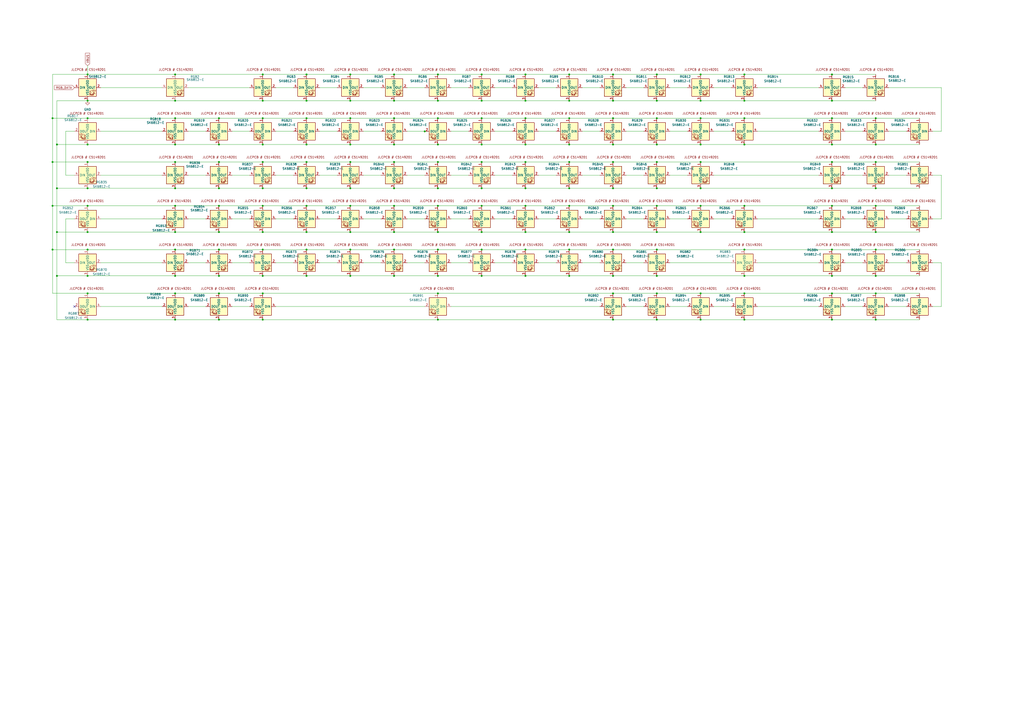
<source format=kicad_sch>
(kicad_sch (version 20231120) (generator "eeschema") (generator_version "8.0")
  (paper "A2")
  (junction (at 254 170.18))
  (junction (at 431.8 58.42))
  (junction (at 406.4 83.82))
  (junction (at 508 170.18))
  (junction (at 30.48 68.58))
  (junction (at 304.8 58.42))
  (junction (at 127 68.58))
  (junction (at 30.48 119.38))
  (junction (at 508 160.02))
  (junction (at 228.6 43.18))
  (junction (at 431.8 43.18))
  (junction (at 431.8 160.02))
  (junction (at 304.8 144.78))
  (junction (at 152.4 185.42))
  (junction (at 330.2 93.98))
  (junction (at 152.4 109.22))
  (junction (at 152.4 160.02))
  (junction (at 127 185.42))
  (junction (at 203.2 43.18))
  (junction (at 152.4 68.58))
  (junction (at 355.6 144.78))
  (junction (at 482.6 119.38))
  (junction (at 152.4 144.78))
  (junction (at 279.4 83.82))
  (junction (at 127 134.62))
  (junction (at 279.4 160.02))
  (junction (at 203.2 160.02))
  (junction (at 254 185.42))
  (junction (at 482.6 58.42))
  (junction (at 279.4 109.22))
  (junction (at 304.8 134.62))
  (junction (at 50.8 119.38))
  (junction (at 330.2 144.78))
  (junction (at 406.4 43.18))
  (junction (at 101.6 160.02))
  (junction (at 355.6 109.22))
  (junction (at 508 68.58))
  (junction (at 381 119.38))
  (junction (at 381 134.62))
  (junction (at 355.6 93.98))
  (junction (at 279.4 93.98))
  (junction (at 228.6 109.22))
  (junction (at 279.4 144.78))
  (junction (at 355.6 134.62))
  (junction (at 152.4 83.82))
  (junction (at 431.8 170.18))
  (junction (at 431.8 68.58))
  (junction (at 127 109.22))
  (junction (at 177.8 109.22))
  (junction (at 381 93.98))
  (junction (at 406.4 109.22))
  (junction (at 50.8 109.22))
  (junction (at 177.8 43.18))
  (junction (at 431.8 134.62))
  (junction (at 203.2 134.62))
  (junction (at 381 144.78))
  (junction (at 101.6 119.38))
  (junction (at 101.6 58.42))
  (junction (at 508 144.78))
  (junction (at 482.6 170.18))
  (junction (at 177.8 144.78))
  (junction (at 254 119.38))
  (junction (at 355.6 43.18))
  (junction (at 406.4 68.58))
  (junction (at 101.6 109.22))
  (junction (at 228.6 144.78))
  (junction (at 355.6 185.42))
  (junction (at 127 160.02))
  (junction (at 203.2 144.78))
  (junction (at 508 93.98))
  (junction (at 381 43.18))
  (junction (at 254 109.22))
  (junction (at 406.4 119.38))
  (junction (at 406.4 93.98))
  (junction (at 304.8 83.82))
  (junction (at 304.8 160.02))
  (junction (at 101.6 144.78))
  (junction (at 50.8 134.62))
  (junction (at 228.6 93.98))
  (junction (at 355.6 119.38))
  (junction (at 30.48 144.78))
  (junction (at 177.8 58.42))
  (junction (at 228.6 68.58))
  (junction (at 127 119.38))
  (junction (at 279.4 58.42))
  (junction (at 152.4 119.38))
  (junction (at 50.8 68.58))
  (junction (at 254 83.82))
  (junction (at 508 185.42))
  (junction (at 254 68.58))
  (junction (at 152.4 93.98))
  (junction (at 203.2 68.58))
  (junction (at 304.8 119.38))
  (junction (at 482.6 144.78))
  (junction (at 381 160.02))
  (junction (at 152.4 58.42))
  (junction (at 508 109.22))
  (junction (at 330.2 83.82))
  (junction (at 50.8 170.18))
  (junction (at 330.2 58.42))
  (junction (at 50.8 43.18))
  (junction (at 254 160.02))
  (junction (at 304.8 109.22))
  (junction (at 482.6 109.22))
  (junction (at 177.8 68.58))
  (junction (at 330.2 68.58))
  (junction (at 177.8 134.62))
  (junction (at 203.2 119.38))
  (junction (at 279.4 119.38))
  (junction (at 254 144.78))
  (junction (at 355.6 83.82))
  (junction (at 482.6 83.82))
  (junction (at 33.02 83.82))
  (junction (at 50.8 58.42))
  (junction (at 431.8 83.82))
  (junction (at 279.4 68.58))
  (junction (at 127 170.18))
  (junction (at 127 83.82))
  (junction (at 254 93.98))
  (junction (at 304.8 68.58))
  (junction (at 152.4 134.62))
  (junction (at 50.8 93.98))
  (junction (at 482.6 68.58))
  (junction (at 30.48 93.98))
  (junction (at 228.6 160.02))
  (junction (at 508 83.82))
  (junction (at 355.6 170.18))
  (junction (at 482.6 43.18))
  (junction (at 228.6 83.82))
  (junction (at 406.4 58.42))
  (junction (at 381 185.42))
  (junction (at 177.8 160.02))
  (junction (at 101.6 83.82))
  (junction (at 381 68.58))
  (junction (at 355.6 68.58))
  (junction (at 406.4 185.42))
  (junction (at 152.4 43.18))
  (junction (at 381 170.18))
  (junction (at 254 43.18))
  (junction (at 330.2 160.02))
  (junction (at 330.2 43.18))
  (junction (at 177.8 83.82))
  (junction (at 33.02 160.02))
  (junction (at 101.6 68.58))
  (junction (at 279.4 43.18))
  (junction (at 304.8 93.98))
  (junction (at 101.6 93.98))
  (junction (at 203.2 109.22))
  (junction (at 406.4 134.62))
  (junction (at 431.8 185.42))
  (junction (at 203.2 93.98))
  (junction (at 101.6 134.62))
  (junction (at 482.6 185.42))
  (junction (at 177.8 119.38))
  (junction (at 203.2 83.82))
  (junction (at 482.6 134.62))
  (junction (at 50.8 83.82))
  (junction (at 508 119.38))
  (junction (at 381 109.22))
  (junction (at 101.6 185.42))
  (junction (at 508 134.62))
  (junction (at 228.6 58.42))
  (junction (at 50.8 160.02))
  (junction (at 482.6 93.98))
  (junction (at 355.6 160.02))
  (junction (at 101.6 170.18))
  (junction (at 381 83.82))
  (junction (at 50.8 144.78))
  (junction (at 304.8 43.18))
  (junction (at 127 144.78))
  (junction (at 254 134.62))
  (junction (at 330.2 134.62))
  (junction (at 279.4 134.62))
  (junction (at 406.4 170.18))
  (junction (at 254 58.42))
  (junction (at 152.4 170.18))
  (junction (at 101.6 43.18))
  (junction (at 33.02 134.62))
  (junction (at 431.8 119.38))
  (junction (at 355.6 58.42))
  (junction (at 482.6 160.02))
  (junction (at 246.38 76.2))
  (junction (at 228.6 119.38))
  (junction (at 330.2 109.22))
  (junction (at 431.8 144.78))
  (junction (at 33.02 109.22))
  (junction (at 381 58.42))
  (junction (at 127 93.98))
  (junction (at 177.8 93.98))
  (junction (at 50.8 185.42))
  (junction (at 330.2 119.38))
  (junction (at 228.6 134.62))
  (junction (at 203.2 58.42))
  (no_connect (at 43.18 177.8))
  (wire (pts (xy 228.6 160.02) (xy 254 160.02)))
  (wire (pts (xy 134.62 127) (xy 144.78 127)))
  (wire (pts (xy 101.6 160.02) (xy 127 160.02)))
  (wire (pts (xy 304.8 144.78) (xy 330.2 144.78)))
  (wire (pts (xy 236.22 152.4) (xy 246.38 152.4)))
  (wire (pts (xy 406.4 170.18) (xy 431.8 170.18)))
  (wire (pts (xy 254 170.18) (xy 355.6 170.18)))
  (wire (pts (xy 330.2 160.02) (xy 355.6 160.02)))
  (wire (pts (xy 482.6 83.82) (xy 508 83.82)))
  (wire (pts (xy 431.8 68.58) (xy 482.6 68.58)))
  (wire (pts (xy 431.8 43.18) (xy 482.6 43.18)))
  (wire (pts (xy 355.6 109.22) (xy 381 109.22)))
  (wire (pts (xy 490.22 152.4) (xy 500.38 152.4)))
  (wire (pts (xy 482.6 43.18) (xy 508 43.18)))
  (wire (pts (xy 541.02 152.4) (xy 546.1 152.4)))
  (wire (pts (xy 177.8 43.18) (xy 203.2 43.18)))
  (wire (pts (xy 414.02 101.6) (xy 474.98 101.6)))
  (wire (pts (xy 101.6 144.78) (xy 127 144.78)))
  (wire (pts (xy 127 144.78) (xy 152.4 144.78)))
  (wire (pts (xy 431.8 170.18) (xy 482.6 170.18)))
  (wire (pts (xy 261.62 152.4) (xy 271.78 152.4)))
  (wire (pts (xy 185.42 127) (xy 195.58 127)))
  (wire (pts (xy 388.62 177.8) (xy 398.78 177.8)))
  (wire (pts (xy 312.42 152.4) (xy 322.58 152.4)))
  (wire (pts (xy 261.62 76.2) (xy 271.78 76.2)))
  (wire (pts (xy 261.62 50.8) (xy 271.78 50.8)))
  (wire (pts (xy 381 93.98) (xy 406.4 93.98)))
  (wire (pts (xy 330.2 68.58) (xy 355.6 68.58)))
  (wire (pts (xy 439.42 152.4) (xy 474.98 152.4)))
  (wire (pts (xy 38.1 76.2) (xy 38.1 101.6)))
  (wire (pts (xy 381 134.62) (xy 406.4 134.62)))
  (wire (pts (xy 177.8 83.82) (xy 203.2 83.82)))
  (wire (pts (xy 210.82 152.4) (xy 220.98 152.4)))
  (wire (pts (xy 541.02 177.8) (xy 546.1 177.8)))
  (wire (pts (xy 101.6 109.22) (xy 127 109.22)))
  (wire (pts (xy 515.62 101.6) (xy 525.78 101.6)))
  (wire (pts (xy 210.82 50.8) (xy 220.98 50.8)))
  (wire (pts (xy 508 109.22) (xy 533.4 109.22)))
  (wire (pts (xy 287.02 76.2) (xy 297.18 76.2)))
  (wire (pts (xy 50.8 144.78) (xy 101.6 144.78)))
  (wire (pts (xy 254 134.62) (xy 279.4 134.62)))
  (wire (pts (xy 254 43.18) (xy 279.4 43.18)))
  (wire (pts (xy 482.6 58.42) (xy 508 58.42)))
  (wire (pts (xy 152.4 119.38) (xy 177.8 119.38)))
  (wire (pts (xy 33.02 58.42) (xy 50.8 58.42)))
  (wire (pts (xy 127 68.58) (xy 152.4 68.58)))
  (wire (pts (xy 381 119.38) (xy 406.4 119.38)))
  (wire (pts (xy 203.2 58.42) (xy 228.6 58.42)))
  (wire (pts (xy 254 58.42) (xy 279.4 58.42)))
  (wire (pts (xy 363.22 101.6) (xy 373.38 101.6)))
  (wire (pts (xy 127 170.18) (xy 152.4 170.18)))
  (wire (pts (xy 101.6 119.38) (xy 127 119.38)))
  (wire (pts (xy 355.6 144.78) (xy 381 144.78)))
  (wire (pts (xy 228.6 144.78) (xy 254 144.78)))
  (wire (pts (xy 58.42 76.2) (xy 93.98 76.2)))
  (wire (pts (xy 203.2 93.98) (xy 228.6 93.98)))
  (wire (pts (xy 236.22 50.8) (xy 246.38 50.8)))
  (wire (pts (xy 304.8 58.42) (xy 330.2 58.42)))
  (wire (pts (xy 381 43.18) (xy 406.4 43.18)))
  (wire (pts (xy 287.02 152.4) (xy 297.18 152.4)))
  (wire (pts (xy 203.2 109.22) (xy 228.6 109.22)))
  (wire (pts (xy 185.42 101.6) (xy 195.58 101.6)))
  (wire (pts (xy 33.02 134.62) (xy 50.8 134.62)))
  (wire (pts (xy 203.2 83.82) (xy 228.6 83.82)))
  (wire (pts (xy 337.82 101.6) (xy 347.98 101.6)))
  (wire (pts (xy 279.4 134.62) (xy 304.8 134.62)))
  (wire (pts (xy 58.42 50.8) (xy 93.98 50.8)))
  (wire (pts (xy 363.22 127) (xy 373.38 127)))
  (wire (pts (xy 279.4 93.98) (xy 304.8 93.98)))
  (wire (pts (xy 508 83.82) (xy 533.4 83.82)))
  (wire (pts (xy 355.6 185.42) (xy 381 185.42)))
  (wire (pts (xy 355.6 119.38) (xy 381 119.38)))
  (wire (pts (xy 337.82 152.4) (xy 347.98 152.4)))
  (wire (pts (xy 30.48 119.38) (xy 50.8 119.38)))
  (wire (pts (xy 101.6 43.18) (xy 152.4 43.18)))
  (wire (pts (xy 152.4 144.78) (xy 177.8 144.78)))
  (wire (pts (xy 33.02 58.42) (xy 33.02 83.82)))
  (wire (pts (xy 50.8 134.62) (xy 101.6 134.62)))
  (wire (pts (xy 160.02 127) (xy 170.18 127)))
  (wire (pts (xy 50.8 185.42) (xy 101.6 185.42)))
  (wire (pts (xy 330.2 134.62) (xy 355.6 134.62)))
  (wire (pts (xy 279.4 119.38) (xy 304.8 119.38)))
  (wire (pts (xy 203.2 119.38) (xy 228.6 119.38)))
  (wire (pts (xy 33.02 160.02) (xy 50.8 160.02)))
  (wire (pts (xy 355.6 170.18) (xy 381 170.18)))
  (wire (pts (xy 127 109.22) (xy 152.4 109.22)))
  (wire (pts (xy 482.6 185.42) (xy 508 185.42)))
  (wire (pts (xy 304.8 160.02) (xy 330.2 160.02)))
  (wire (pts (xy 388.62 76.2) (xy 398.78 76.2)))
  (wire (pts (xy 160.02 50.8) (xy 170.18 50.8)))
  (wire (pts (xy 304.8 109.22) (xy 330.2 109.22)))
  (wire (pts (xy 38.1 152.4) (xy 43.18 152.4)))
  (wire (pts (xy 508 93.98) (xy 533.4 93.98)))
  (wire (pts (xy 185.42 152.4) (xy 195.58 152.4)))
  (wire (pts (xy 134.62 177.8) (xy 144.78 177.8)))
  (wire (pts (xy 337.82 50.8) (xy 347.98 50.8)))
  (wire (pts (xy 228.6 134.62) (xy 254 134.62)))
  (wire (pts (xy 134.62 76.2) (xy 144.78 76.2)))
  (wire (pts (xy 38.1 76.2) (xy 43.18 76.2)))
  (wire (pts (xy 482.6 119.38) (xy 508 119.38)))
  (wire (pts (xy 127 185.42) (xy 152.4 185.42)))
  (wire (pts (xy 541.02 101.6) (xy 546.1 101.6)))
  (wire (pts (xy 152.4 93.98) (xy 177.8 93.98)))
  (wire (pts (xy 330.2 109.22) (xy 355.6 109.22)))
  (wire (pts (xy 101.6 83.82) (xy 127 83.82)))
  (wire (pts (xy 388.62 101.6) (xy 398.78 101.6)))
  (wire (pts (xy 515.62 127) (xy 525.78 127)))
  (wire (pts (xy 541.02 127) (xy 546.1 127)))
  (wire (pts (xy 228.6 119.38) (xy 254 119.38)))
  (wire (pts (xy 38.1 127) (xy 43.18 127)))
  (wire (pts (xy 431.8 160.02) (xy 482.6 160.02)))
  (wire (pts (xy 381 68.58) (xy 406.4 68.58)))
  (wire (pts (xy 330.2 93.98) (xy 355.6 93.98)))
  (wire (pts (xy 261.62 101.6) (xy 271.78 101.6)))
  (wire (pts (xy 109.22 101.6) (xy 119.38 101.6)))
  (wire (pts (xy 515.62 50.8) (xy 546.1 50.8)))
  (wire (pts (xy 414.02 76.2) (xy 424.18 76.2)))
  (wire (pts (xy 508 170.18) (xy 533.4 170.18)))
  (wire (pts (xy 50.8 170.18) (xy 101.6 170.18)))
  (wire (pts (xy 254 93.98) (xy 279.4 93.98)))
  (wire (pts (xy 30.48 68.58) (xy 50.8 68.58)))
  (wire (pts (xy 406.4 83.82) (xy 431.8 83.82)))
  (wire (pts (xy 33.02 83.82) (xy 33.02 109.22)))
  (wire (pts (xy 109.22 76.2) (xy 119.38 76.2)))
  (wire (pts (xy 508 68.58) (xy 533.4 68.58)))
  (wire (pts (xy 355.6 43.18) (xy 381 43.18)))
  (wire (pts (xy 58.42 177.8) (xy 93.98 177.8)))
  (wire (pts (xy 388.62 127) (xy 398.78 127)))
  (wire (pts (xy 203.2 160.02) (xy 228.6 160.02)))
  (wire (pts (xy 381 58.42) (xy 406.4 58.42)))
  (wire (pts (xy 406.4 185.42) (xy 431.8 185.42)))
  (wire (pts (xy 261.62 127) (xy 271.78 127)))
  (wire (pts (xy 254 119.38) (xy 279.4 119.38)))
  (wire (pts (xy 254 83.82) (xy 279.4 83.82)))
  (wire (pts (xy 177.8 134.62) (xy 203.2 134.62)))
  (wire (pts (xy 304.8 43.18) (xy 330.2 43.18)))
  (wire (pts (xy 482.6 68.58) (xy 508 68.58)))
  (wire (pts (xy 312.42 101.6) (xy 322.58 101.6)))
  (wire (pts (xy 490.22 177.8) (xy 500.38 177.8)))
  (wire (pts (xy 203.2 68.58) (xy 228.6 68.58)))
  (wire (pts (xy 355.6 58.42) (xy 381 58.42)))
  (wire (pts (xy 482.6 160.02) (xy 508 160.02)))
  (wire (pts (xy 431.8 134.62) (xy 482.6 134.62)))
  (wire (pts (xy 508 119.38) (xy 533.4 119.38)))
  (wire (pts (xy 101.6 170.18) (xy 127 170.18)))
  (wire (pts (xy 330.2 119.38) (xy 355.6 119.38)))
  (wire (pts (xy 381 160.02) (xy 431.8 160.02)))
  (wire (pts (xy 127 93.98) (xy 152.4 93.98)))
  (wire (pts (xy 152.4 134.62) (xy 177.8 134.62)))
  (wire (pts (xy 33.02 83.82) (xy 50.8 83.82)))
  (wire (pts (xy 203.2 144.78) (xy 228.6 144.78)))
  (wire (pts (xy 287.02 127) (xy 297.18 127)))
  (wire (pts (xy 177.8 58.42) (xy 203.2 58.42)))
  (wire (pts (xy 228.6 83.82) (xy 254 83.82)))
  (wire (pts (xy 236.22 127) (xy 246.38 127)))
  (wire (pts (xy 152.4 160.02) (xy 177.8 160.02)))
  (wire (pts (xy 414.02 50.8) (xy 424.18 50.8)))
  (wire (pts (xy 363.22 152.4) (xy 373.38 152.4)))
  (wire (pts (xy 177.8 160.02) (xy 203.2 160.02)))
  (wire (pts (xy 304.8 134.62) (xy 330.2 134.62)))
  (wire (pts (xy 363.22 177.8) (xy 373.38 177.8)))
  (wire (pts (xy 50.8 43.18) (xy 101.6 43.18)))
  (wire (pts (xy 279.4 43.18) (xy 304.8 43.18)))
  (wire (pts (xy 58.42 101.6) (xy 93.98 101.6)))
  (wire (pts (xy 330.2 83.82) (xy 355.6 83.82)))
  (wire (pts (xy 279.4 58.42) (xy 304.8 58.42)))
  (wire (pts (xy 50.8 68.58) (xy 101.6 68.58)))
  (wire (pts (xy 33.02 109.22) (xy 33.02 134.62)))
  (wire (pts (xy 381 83.82) (xy 406.4 83.82)))
  (wire (pts (xy 236.22 101.6) (xy 246.38 101.6)))
  (wire (pts (xy 134.62 152.4) (xy 144.78 152.4)))
  (wire (pts (xy 33.02 160.02) (xy 33.02 185.42)))
  (wire (pts (xy 439.42 127) (xy 474.98 127)))
  (wire (pts (xy 330.2 43.18) (xy 355.6 43.18)))
  (wire (pts (xy 33.02 185.42) (xy 50.8 185.42)))
  (wire (pts (xy 406.4 43.18) (xy 431.8 43.18)))
  (wire (pts (xy 388.62 50.8) (xy 398.78 50.8)))
  (wire (pts (xy 109.22 177.8) (xy 119.38 177.8)))
  (wire (pts (xy 312.42 76.2) (xy 322.58 76.2)))
  (wire (pts (xy 30.48 43.18) (xy 50.8 43.18)))
  (wire (pts (xy 515.62 177.8) (xy 525.78 177.8)))
  (wire (pts (xy 160.02 177.8) (xy 246.38 177.8)))
  (wire (pts (xy 431.8 185.42) (xy 482.6 185.42)))
  (wire (pts (xy 160.02 76.2) (xy 170.18 76.2)))
  (wire (pts (xy 482.6 93.98) (xy 508 93.98)))
  (wire (pts (xy 152.4 68.58) (xy 177.8 68.58)))
  (wire (pts (xy 50.8 58.42) (xy 101.6 58.42)))
  (wire (pts (xy 160.02 101.6) (xy 170.18 101.6)))
  (wire (pts (xy 177.8 119.38) (xy 203.2 119.38)))
  (wire (pts (xy 304.8 68.58) (xy 330.2 68.58)))
  (wire (pts (xy 337.82 76.2) (xy 347.98 76.2)))
  (wire (pts (xy 337.82 127) (xy 347.98 127)))
  (wire (pts (xy 50.8 83.82) (xy 101.6 83.82)))
  (wire (pts (xy 279.4 83.82) (xy 304.8 83.82)))
  (wire (pts (xy 381 144.78) (xy 431.8 144.78)))
  (wire (pts (xy 38.1 101.6) (xy 43.18 101.6)))
  (wire (pts (xy 203.2 43.18) (xy 228.6 43.18)))
  (wire (pts (xy 228.6 58.42) (xy 254 58.42)))
  (wire (pts (xy 236.22 76.2) (xy 246.38 76.2)))
  (wire (pts (xy 254 144.78) (xy 279.4 144.78)))
  (wire (pts (xy 381 185.42) (xy 406.4 185.42)))
  (wire (pts (xy 381 170.18) (xy 406.4 170.18)))
  (wire (pts (xy 482.6 144.78) (xy 508 144.78)))
  (wire (pts (xy 363.22 50.8) (xy 373.38 50.8)))
  (wire (pts (xy 30.48 93.98) (xy 30.48 119.38)))
  (wire (pts (xy 414.02 127) (xy 424.18 127)))
  (wire (pts (xy 109.22 152.4) (xy 119.38 152.4)))
  (wire (pts (xy 185.42 50.8) (xy 195.58 50.8)))
  (wire (pts (xy 210.82 127) (xy 220.98 127)))
  (wire (pts (xy 50.8 160.02) (xy 101.6 160.02)))
  (wire (pts (xy 177.8 109.22) (xy 203.2 109.22)))
  (wire (pts (xy 490.22 101.6) (xy 500.38 101.6)))
  (wire (pts (xy 279.4 109.22) (xy 304.8 109.22)))
  (wire (pts (xy 203.2 134.62) (xy 228.6 134.62)))
  (wire (pts (xy 152.4 109.22) (xy 177.8 109.22)))
  (wire (pts (xy 431.8 144.78) (xy 482.6 144.78)))
  (wire (pts (xy 30.48 68.58) (xy 30.48 93.98)))
  (wire (pts (xy 388.62 152.4) (xy 424.18 152.4)))
  (wire (pts (xy 30.48 144.78) (xy 50.8 144.78)))
  (wire (pts (xy 210.82 101.6) (xy 220.98 101.6)))
  (wire (pts (xy 101.6 58.42) (xy 152.4 58.42)))
  (wire (pts (xy 414.02 177.8) (xy 424.18 177.8)))
  (wire (pts (xy 246.38 76.2) (xy 247.65 76.2)))
  (wire (pts (xy 546.1 152.4) (xy 546.1 177.8)))
  (wire (pts (xy 482.6 134.62) (xy 508 134.62)))
  (wire (pts (xy 546.1 50.8) (xy 546.1 76.2)))
  (wire (pts (xy 30.48 43.18) (xy 30.48 68.58)))
  (wire (pts (xy 515.62 76.2) (xy 525.78 76.2)))
  (wire (pts (xy 406.4 93.98) (xy 482.6 93.98)))
  (wire (pts (xy 127 160.02) (xy 152.4 160.02)))
  (wire (pts (xy 279.4 144.78) (xy 304.8 144.78)))
  (wire (pts (xy 279.4 68.58) (xy 304.8 68.58)))
  (wire (pts (xy 355.6 93.98) (xy 381 93.98)))
  (wire (pts (xy 406.4 68.58) (xy 431.8 68.58)))
  (wire (pts (xy 50.8 38.1) (xy 50.8 43.18)))
  (wire (pts (xy 355.6 134.62) (xy 381 134.62)))
  (wire (pts (xy 431.8 58.42) (xy 482.6 58.42)))
  (wire (pts (xy 406.4 119.38) (xy 431.8 119.38)))
  (wire (pts (xy 254 68.58) (xy 279.4 68.58)))
  (wire (pts (xy 101.6 185.42) (xy 127 185.42)))
  (wire (pts (xy 30.48 144.78) (xy 30.48 170.18)))
  (wire (pts (xy 160.02 152.4) (xy 170.18 152.4)))
  (wire (pts (xy 482.6 109.22) (xy 508 109.22)))
  (wire (pts (xy 254 185.42) (xy 355.6 185.42)))
  (wire (pts (xy 50.8 109.22) (xy 101.6 109.22)))
  (wire (pts (xy 152.4 170.18) (xy 254 170.18)))
  (wire (pts (xy 490.22 127) (xy 500.38 127)))
  (wire (pts (xy 312.42 127) (xy 322.58 127)))
  (wire (pts (xy 381 109.22) (xy 406.4 109.22)))
  (wire (pts (xy 134.62 101.6) (xy 144.78 101.6)))
  (wire (pts (xy 261.62 177.8) (xy 347.98 177.8)))
  (wire (pts (xy 152.4 58.42) (xy 177.8 58.42)))
  (wire (pts (xy 30.48 170.18) (xy 50.8 170.18)))
  (wire (pts (xy 355.6 160.02) (xy 381 160.02)))
  (wire (pts (xy 177.8 68.58) (xy 203.2 68.58)))
  (wire (pts (xy 30.48 93.98) (xy 50.8 93.98)))
  (wire (pts (xy 152.4 185.42) (xy 254 185.42)))
  (wire (pts (xy 38.1 127) (xy 38.1 152.4)))
  (wire (pts (xy 312.42 50.8) (xy 322.58 50.8)))
  (wire (pts (xy 406.4 109.22) (xy 482.6 109.22)))
  (wire (pts (xy 439.42 177.8) (xy 474.98 177.8)))
  (wire (pts (xy 254 160.02) (xy 279.4 160.02)))
  (wire (pts (xy 210.82 76.2) (xy 220.98 76.2)))
  (wire (pts (xy 330.2 58.42) (xy 355.6 58.42)))
  (wire (pts (xy 177.8 144.78) (xy 203.2 144.78)))
  (wire (pts (xy 508 144.78) (xy 533.4 144.78)))
  (wire (pts (xy 439.42 76.2) (xy 474.98 76.2)))
  (wire (pts (xy 228.6 68.58) (xy 254 68.58)))
  (wire (pts (xy 304.8 93.98) (xy 330.2 93.98)))
  (wire (pts (xy 127 83.82) (xy 152.4 83.82)))
  (wire (pts (xy 546.1 101.6) (xy 546.1 127)))
  (wire (pts (xy 490.22 76.2) (xy 500.38 76.2)))
  (wire (pts (xy 109.22 127) (xy 119.38 127)))
  (wire (pts (xy 50.8 93.98) (xy 101.6 93.98)))
  (wire (pts (xy 431.8 83.82) (xy 482.6 83.82)))
  (wire (pts (xy 515.62 152.4) (xy 525.78 152.4)))
  (wire (pts (xy 58.42 127) (xy 93.98 127)))
  (wire (pts (xy 228.6 109.22) (xy 254 109.22)))
  (wire (pts (xy 228.6 43.18) (xy 254 43.18)))
  (wire (pts (xy 439.42 50.8) (xy 474.98 50.8)))
  (wire (pts (xy 101.6 134.62) (xy 127 134.62)))
  (wire (pts (xy 508 160.02) (xy 533.4 160.02)))
  (wire (pts (xy 30.48 119.38) (xy 30.48 144.78)))
  (wire (pts (xy 152.4 83.82) (xy 177.8 83.82)))
  (wire (pts (xy 363.22 76.2) (xy 373.38 76.2)))
  (wire (pts (xy 406.4 134.62) (xy 431.8 134.62)))
  (wire (pts (xy 304.8 119.38) (xy 330.2 119.38)))
  (wire (pts (xy 127 134.62) (xy 152.4 134.62)))
  (wire (pts (xy 287.02 101.6) (xy 297.18 101.6)))
  (wire (pts (xy 33.02 109.22) (xy 50.8 109.22)))
  (wire (pts (xy 152.4 43.18) (xy 177.8 43.18)))
  (wire (pts (xy 50.8 119.38) (xy 101.6 119.38)))
  (wire (pts (xy 287.02 50.8) (xy 297.18 50.8)))
  (wire (pts (xy 101.6 93.98) (xy 127 93.98)))
  (wire (pts (xy 109.22 50.8) (xy 144.78 50.8)))
  (wire (pts (xy 355.6 83.82) (xy 381 83.82)))
  (wire (pts (xy 541.02 76.2) (xy 546.1 76.2)))
  (wire (pts (xy 33.02 134.62) (xy 33.02 160.02)))
  (wire (pts (xy 185.42 76.2) (xy 195.58 76.2)))
  (wire (pts (xy 330.2 144.78) (xy 355.6 144.78)))
  (wire (pts (xy 279.4 160.02) (xy 304.8 160.02)))
  (wire (pts (xy 177.8 93.98) (xy 203.2 93.98)))
  (wire (pts (xy 406.4 58.42) (xy 431.8 58.42)))
  (wire (pts (xy 304.8 83.82) (xy 330.2 83.82)))
  (wire (pts (xy 254 109.22) (xy 279.4 109.22)))
  (wire (pts (xy 228.6 93.98) (xy 254 93.98)))
  (wire (pts (xy 508 185.42) (xy 533.4 185.42)))
  (wire (pts (xy 508 134.62) (xy 533.4 134.62)))
  (wire (pts (xy 101.6 68.58) (xy 127 68.58)))
  (wire (pts (xy 482.6 170.18) (xy 508 170.18)))
  (wire (pts (xy 355.6 68.58) (xy 381 68.58)))
  (wire (pts (xy 127 119.38) (xy 152.4 119.38)))
  (wire (pts (xy 58.42 152.4) (xy 93.98 152.4)))
  (wire (pts (xy 490.22 50.8) (xy 500.38 50.8)))
  (wire (pts (xy 431.8 119.38) (xy 482.6 119.38)))
  (global_label "RGB_DATA" (shape input) (at 43.18 50.8 180) (property "Intersheetrefs" "${INTERSHEET_REFS}" (effects (hide yes))))
  (global_label "VBUS" (shape input) (at 50.8 38.1 90) (property "Intersheetrefs" "${INTERSHEET_REFS}" (effects (hide yes))))
  (symbol (lib_id "MyComponents_Library:SK6812-E") (at 279.4 127 0) (mirror y) (unit 1)
    (property "Reference" "RGB60" (at 267.97 120.6814 0))
    (property "Value" "SK6812-E" (at 267.97 123.2214 0))
    (property "Footprint" "MyComponents:SK6812-E" (effects (hide yes)))
    (property "Datasheet" "C5149201" (effects (hide yes)))
    (property "Description" "RGB LED with integrated controller" (effects (hide yes)))
  )
  (symbol (lib_id "MyComponents_Library:SK6812-E") (at 482.6 101.6 0) (unit 1)
    (property "Reference" "RGB49" (at 472.948 95.2814 0))
    (property "Value" "SK6812-E" (at 470.916 97.79 0))
    (property "Footprint" "MyComponents:SK6812-E" (effects (hide yes)))
    (property "Datasheet" "C5149201" (effects (hide yes)))
    (property "Description" "RGB LED with integrated controller" (effects (hide yes)))
  )
  (symbol (lib_id "MyComponents_Library:SK6812-E") (at 50.8 76.2 0) (mirror y) (unit 1)
    (property "Reference" "RGB17" (at 42.164 67.31 0))
    (property "Value" "SK6812-E" (at 42.418 69.596 0))
    (property "Footprint" "MyComponents:SK6812-E" (effects (hide yes)))
    (property "Datasheet" "C5149201" (effects (hide yes)))
    (property "Description" "RGB LED with integrated controller" (effects (hide yes)))
  )
  (symbol (lib_id "MyComponents_Library:SK6812-E") (at 152.4 127 0) (mirror y) (unit 1)
    (property "Reference" "RGB55" (at 140.97 120.6814 0))
    (property "Value" "SK6812-E" (at 140.97 123.2214 0))
    (property "Footprint" "MyComponents:SK6812-E" (effects (hide yes)))
    (property "Datasheet" "C5149201" (effects (hide yes)))
    (property "Description" "RGB LED with integrated controller" (effects (hide yes)))
  )
  (symbol (lib_id "MyComponents_Library:SK6812-E") (at 254 76.2 0) (mirror y) (unit 1)
    (property "Reference" "RGB24" (at 242.57 69.8814 0))
    (property "Value" "SK6812-E" (at 242.57 72.4214 0))
    (property "Footprint" "MyComponents:SK6812-E" (effects (hide yes)))
    (property "Datasheet" "C5149201" (effects (hide yes)))
    (property "Description" "RGB LED with integrated controller" (effects (hide yes)))
  )
  (symbol (lib_id "MyComponents_Library:SK6812-E") (at 406.4 177.8 0) (mirror y) (unit 1)
    (property "Reference" "RGB94" (at 394.97 171.4814 0))
    (property "Value" "SK6812-E" (at 394.97 174.0214 0))
    (property "Footprint" "MyComponents:SK6812-E" (effects (hide yes)))
    (property "Datasheet" "C5149201" (effects (hide yes)))
    (property "Description" "RGB LED with integrated controller" (effects (hide yes)))
  )
  (symbol (lib_id "MyComponents_Library:SK6812-E") (at 177.8 101.6 0) (unit 1)
    (property "Reference" "RGB39" (at 194.31 95.2814 0))
    (property "Value" "SK6812-E" (at 194.31 97.8214 0))
    (property "Footprint" "MyComponents:SK6812-E" (effects (hide yes)))
    (property "Datasheet" "C5149201" (effects (hide yes)))
    (property "Description" "RGB LED with integrated controller" (effects (hide yes)))
  )
  (symbol (lib_id "MyComponents_Library:SK6812-E") (at 152.4 152.4 0) (unit 1)
    (property "Reference" "RGB73" (at 168.91 146.0814 0))
    (property "Value" "SK6812-E" (at 168.91 148.6214 0))
    (property "Footprint" "MyComponents:SK6812-E" (effects (hide yes)))
    (property "Datasheet" "C5149201" (effects (hide yes)))
    (property "Description" "RGB LED with integrated controller" (effects (hide yes)))
  )
  (symbol (lib_id "MyComponents_Library:SK6812-E") (at 406.4 76.2 0) (mirror y) (unit 1)
    (property "Reference" "RGB30" (at 394.97 69.8814 0))
    (property "Value" "SK6812-E" (at 394.97 72.4214 0))
    (property "Footprint" "MyComponents:SK6812-E" (effects (hide yes)))
    (property "Datasheet" "C5149201" (effects (hide yes)))
    (property "Description" "RGB LED with integrated controller" (effects (hide yes)))
  )
  (symbol (lib_id "MyComponents_Library:SK6812-E") (at 431.8 76.2 0) (mirror y) (unit 1)
    (property "Reference" "RGB31" (at 420.37 69.8814 0))
    (property "Value" "SK6812-E" (at 420.37 72.4214 0))
    (property "Footprint" "MyComponents:SK6812-E" (effects (hide yes)))
    (property "Datasheet" "C5149201" (effects (hide yes)))
    (property "Description" "RGB LED with integrated controller" (effects (hide yes)))
  )
  (symbol (lib_id "MyComponents_Library:SK6812-E") (at 279.4 76.2 0) (mirror y) (unit 1)
    (property "Reference" "RGB25" (at 267.97 69.8814 0))
    (property "Value" "SK6812-E" (at 267.97 72.39 0))
    (property "Footprint" "MyComponents:SK6812-E" (effects (hide yes)))
    (property "Datasheet" "C5149201" (effects (hide yes)))
    (property "Description" "RGB LED with integrated controller" (effects (hide yes)))
  )
  (symbol (lib_id "MyComponents_Library:SK6812-E") (at 177.8 127 0) (mirror y) (unit 1)
    (property "Reference" "RGB56" (at 166.37 120.6814 0))
    (property "Value" "SK6812-E" (at 166.37 123.2214 0))
    (property "Footprint" "MyComponents:SK6812-E" (effects (hide yes)))
    (property "Datasheet" "C5149201" (effects (hide yes)))
    (property "Description" "RGB LED with integrated controller" (effects (hide yes)))
  )
  (symbol (lib_id "MyComponents_Library:SK6812-E") (at 330.2 76.2 0) (mirror y) (unit 1)
    (property "Reference" "RGB27" (at 318.77 69.8814 0))
    (property "Value" "SK6812-E" (at 318.77 72.4214 0))
    (property "Footprint" "MyComponents:SK6812-E" (effects (hide yes)))
    (property "Datasheet" "C5149201" (effects (hide yes)))
    (property "Description" "RGB LED with integrated controller" (effects (hide yes)))
  )
  (symbol (lib_id "MyComponents_Library:SK6812-E") (at 482.6 177.8 0) (mirror y) (unit 1)
    (property "Reference" "RGB96" (at 471.17 171.4814 0))
    (property "Value" "SK6812-E" (at 471.17 174.0214 0))
    (property "Footprint" "MyComponents:SK6812-E" (effects (hide yes)))
    (property "Datasheet" "C5149201" (effects (hide yes)))
    (property "Description" "RGB LED with integrated controller" (effects (hide yes)))
  )
  (symbol (lib_id "MyComponents_Library:SK6812-E") (at 127 127 0) (mirror y) (unit 1)
    (property "Reference" "RGB54" (at 115.57 119.888 0))
    (property "Value" "SK6812-E" (at 115.57 121.9514 0))
    (property "Footprint" "MyComponents:SK6812-E" (effects (hide yes)))
    (property "Datasheet" "C5149201" (effects (hide yes)))
    (property "Description" "RGB LED with integrated controller" (effects (hide yes)))
  )
  (symbol (lib_id "MyComponents_Library:SK6812-E") (at 533.4 152.4 0) (unit 1)
    (property "Reference" "RGB86" (at 522.224 145.034 0))
    (property "Value" "SK6812-E" (at 522.224 147.574 0))
    (property "Footprint" "MyComponents:SK6812-E" (effects (hide yes)))
    (property "Datasheet" "C5149201" (effects (hide yes)))
    (property "Description" "RGB LED with integrated controller" (effects (hide yes)))
  )
  (symbol (lib_id "MyComponents_Library:SK6812-E") (at 406.4 101.6 0) (unit 1)
    (property "Reference" "RGB48" (at 422.91 95.2814 0))
    (property "Value" "SK6812-E" (at 422.91 97.8214 0))
    (property "Footprint" "MyComponents:SK6812-E" (effects (hide yes)))
    (property "Datasheet" "C5149201" (effects (hide yes)))
    (property "Description" "RGB LED with integrated controller" (effects (hide yes)))
  )
  (symbol (lib_id "MyComponents_Library:SK6812-E") (at 330.2 152.4 0) (unit 1)
    (property "Reference" "RGB80" (at 346.71 146.0814 0))
    (property "Value" "SK6812-E" (at 346.71 148.6214 0))
    (property "Footprint" "MyComponents:SK6812-E" (effects (hide yes)))
    (property "Datasheet" "C5149201" (effects (hide yes)))
    (property "Description" "RGB LED with integrated controller" (effects (hide yes)))
  )
  (symbol (lib_id "MyComponents_Library:SK6812-E") (at 279.4 152.4 0) (unit 1)
    (property "Reference" "RGB78" (at 295.91 146.0814 0))
    (property "Value" "SK6812-E" (at 295.91 148.6214 0))
    (property "Footprint" "MyComponents:SK6812-E" (effects (hide yes)))
    (property "Datasheet" "C5149201" (effects (hide yes)))
    (property "Description" "RGB LED with integrated controller" (effects (hide yes)))
  )
  (symbol (lib_id "MyComponents_Library:SK6812-E") (at 431.8 177.8 0) (mirror y) (unit 1)
    (property "Reference" "RGB95" (at 420.37 171.4814 0))
    (property "Value" "SK6812-E" (at 420.37 174.0214 0))
    (property "Footprint" "MyComponents:SK6812-E" (effects (hide yes)))
    (property "Datasheet" "C5149201" (effects (hide yes)))
    (property "Description" "RGB LED with integrated controller" (effects (hide yes)))
  )
  (symbol (lib_id "MyComponents_Library:SK6812-E") (at 304.8 76.2 0) (mirror y) (unit 1)
    (property "Reference" "RGB26" (at 293.37 69.8814 0))
    (property "Value" "SK6812-E" (at 293.37 72.4214 0))
    (property "Footprint" "MyComponents:SK6812-E" (effects (hide yes)))
    (property "Datasheet" "C5149201" (effects (hide yes)))
    (property "Description" "RGB LED with integrated controller" (effects (hide yes)))
  )
  (symbol (lib_id "MyComponents_Library:SK6812-E") (at 177.8 152.4 0) (unit 1)
    (property "Reference" "RGB74" (at 194.31 146.0814 0))
    (property "Value" "SK6812-E" (at 194.31 148.6214 0))
    (property "Footprint" "MyComponents:SK6812-E" (effects (hide yes)))
    (property "Datasheet" "C5149201" (effects (hide yes)))
    (property "Description" "RGB LED with integrated controller" (effects (hide yes)))
  )
  (symbol (lib_id "MyComponents_Library:SK6812-E") (at 203.2 127 0) (mirror y) (unit 1)
    (property "Reference" "RGB57" (at 191.77 120.6814 0))
    (property "Value" "SK6812-E" (at 191.77 123.2214 0))
    (property "Footprint" "MyComponents:SK6812-E" (effects (hide yes)))
    (property "Datasheet" "C5149201" (effects (hide yes)))
    (property "Description" "RGB LED with integrated controller" (effects (hide yes)))
  )
  (symbol (lib_id "MyComponents_Library:SK6812-E") (at 50.8 50.8 0) (unit 1)
    (property "Reference" "RGB1" (effects (hide yes)))
    (property "Value" "SK6812-E" (at 56.642 44.45 0))
    (property "Footprint" "MyComponents:SK6812-E" (effects (hide yes)))
    (property "Datasheet" "C5149201" (effects (hide yes)))
    (property "Description" "RGB LED with integrated controllerBackMount" (effects (hide yes)))
  )
  (symbol (lib_id "MyComponents_Library:SK6812-E") (at 355.6 152.4 0) (unit 1)
    (property "Reference" "RGB81" (at 372.11 146.0814 0))
    (property "Value" "SK6812-E" (at 372.11 148.6214 0))
    (property "Footprint" "MyComponents:SK6812-E" (effects (hide yes)))
    (property "Datasheet" "C5149201" (effects (hide yes)))
    (property "Description" "RGB LED with integrated controller" (effects (hide yes)))
  )
  (symbol (lib_id "MyComponents_Library:SK6812-E") (at 533.4 127 0) (mirror y) (unit 1)
    (property "Reference" "RGB69" (at 521.97 120.6814 0))
    (property "Value" "SK6812-E" (at 521.97 123.2214 0))
    (property "Footprint" "MyComponents:SK6812-E" (effects (hide yes)))
    (property "Datasheet" "C5149201" (effects (hide yes)))
    (property "Description" "RGB LED with integrated controller" (effects (hide yes)))
  )
  (symbol (lib_id "MyComponents_Library:SK6812-E") (at 355.6 101.6 0) (unit 1)
    (property "Reference" "RGB46" (at 372.11 95.2814 0))
    (property "Value" "SK6812-E" (at 372.11 97.8214 0))
    (property "Footprint" "MyComponents:SK6812-E" (effects (hide yes)))
    (property "Datasheet" "C5149201" (effects (hide yes)))
    (property "Description" "RGB LED with integrated controller" (effects (hide yes)))
  )
  (symbol (lib_id "MyComponents_Library:SK6812-E") (at 279.4 101.6 0) (unit 1)
    (property "Reference" "RGB43" (at 295.91 95.2814 0))
    (property "Value" "SK6812-E" (at 295.91 97.8214 0))
    (property "Footprint" "MyComponents:SK6812-E" (effects (hide yes)))
    (property "Datasheet" "C5149201" (effects (hide yes)))
    (property "Description" "RGB LED with integrated controller" (effects (hide yes)))
  )
  (symbol (lib_id "MyComponents_Library:SK6812-E") (at 406.4 50.8 0) (unit 1)
    (property "Reference" "RGB13" (at 422.91 44.4814 0))
    (property "Value" "SK6812-E" (at 421.132 46.99 0))
    (property "Footprint" "MyComponents:SK6812-E" (effects (hide yes)))
    (property "Datasheet" "C5149201" (effects (hide yes)))
    (property "Description" "RGB LED with integrated controller" (effects (hide yes)))
  )
  (symbol (lib_id "MyComponents_Library:SK6812-E") (at 355.6 177.8 0) (mirror y) (unit 1)
    (property "Reference" "RGB92" (at 344.17 171.4814 0))
    (property "Value" "SK6812-E" (at 344.17 174.0214 0))
    (property "Footprint" "MyComponents:SK6812-E" (effects (hide yes)))
    (property "Datasheet" "C5149201" (effects (hide yes)))
    (property "Description" "RGB LED with integrated controller" (effects (hide yes)))
  )
  (symbol (lib_id "MyComponents_Library:SK6812-E") (at 431.8 152.4 0) (unit 1)
    (property "Reference" "RGB83" (at 420.624 146.05 0))
    (property "Value" "SK6812-E" (at 420.624 148.59 0))
    (property "Footprint" "MyComponents:SK6812-E" (effects (hide yes)))
    (property "Datasheet" "C5149201" (effects (hide yes)))
    (property "Description" "RGB LED with integrated controller" (effects (hide yes)))
  )
  (symbol (lib_id "MyComponents_Library:SK6812-E") (at 508 152.4 0) (unit 1)
    (property "Reference" "RGB85" (at 496.824 145.034 0))
    (property "Value" "SK6812-E" (at 496.824 147.574 0))
    (property "Footprint" "MyComponents:SK6812-E" (effects (hide yes)))
    (property "Datasheet" "C5149201" (effects (hide yes)))
    (property "Description" "RGB LED with integrated controller" (effects (hide yes)))
  )
  (symbol (lib_id "power:GND") (at 50.8 58.42 0) (unit 1)
    (property "Reference" "#PWR026" (effects (hide yes)))
    (property "Value" "GND" (at 50.8 63.5 0))
    (property "Description" "Power symbol creates a global label with name \"GND\" , ground" (effects (hide yes)))
  )
  (symbol (lib_id "MyComponents_Library:SK6812-E") (at 228.6 127 0) (mirror y) (unit 1)
    (property "Reference" "RGB58" (at 217.17 120.6814 0))
    (property "Value" "SK6812-E" (at 217.17 123.2214 0))
    (property "Footprint" "MyComponents:SK6812-E" (effects (hide yes)))
    (property "Datasheet" "C5149201" (effects (hide yes)))
    (property "Description" "RGB LED with integrated controller" (effects (hide yes)))
  )
  (symbol (lib_id "MyComponents_Library:SK6812-E") (at 101.6 50.8 0) (unit 1)
    (property "Reference" "RGB2" (at 113.03 44.4814 0))
    (property "Value" "SK6812-E" (at 113.284 46.228 0))
    (property "Footprint" "MyComponents:SK6812-E" (effects (hide yes)))
    (property "Datasheet" "C5149201" (effects (hide yes)))
    (property "Description" "RGB LED with integrated controller" (effects (hide yes)))
  )
  (symbol (lib_id "MyComponents_Library:SK6812-E") (at 406.4 127 0) (mirror y) (unit 1)
    (property "Reference" "RGB65" (at 394.97 120.6814 0))
    (property "Value" "SK6812-E" (at 394.97 123.2214 0))
    (property "Footprint" "MyComponents:SK6812-E" (effects (hide yes)))
    (property "Datasheet" "C5149201" (effects (hide yes)))
    (property "Description" "RGB LED with integrated controller" (effects (hide yes)))
  )
  (symbol (lib_id "MyComponents_Library:SK6812-E") (at 203.2 101.6 0) (unit 1)
    (property "Reference" "RGB40" (at 219.71 95.2814 0))
    (property "Value" "SK6812-E" (at 219.71 97.8214 0))
    (property "Footprint" "MyComponents:SK6812-E" (effects (hide yes)))
    (property "Datasheet" "C5149201" (effects (hide yes)))
    (property "Description" "RGB LED with integrated controller" (effects (hide yes)))
  )
  (symbol (lib_id "MyComponents_Library:SK6812-E") (at 381 127 0) (mirror y) (unit 1)
    (property "Reference" "RGB64" (at 369.57 120.6814 0))
    (property "Value" "SK6812-E" (at 369.57 123.2214 0))
    (property "Footprint" "MyComponents:SK6812-E" (effects (hide yes)))
    (property "Datasheet" "C5149201" (effects (hide yes)))
    (property "Description" "RGB LED with integrated controller" (effects (hide yes)))
  )
  (symbol (lib_id "MyComponents_Library:SK6812-E") (at 431.8 50.8 0) (unit 1)
    (property "Reference" "RGB14" (at 448.31 44.4814 0))
    (property "Value" "SK6812-E" (at 448.31 47.0214 0))
    (property "Footprint" "MyComponents:SK6812-E" (effects (hide yes)))
    (property "Datasheet" "C5149201" (effects (hide yes)))
    (property "Description" "RGB LED with integrated controller" (effects (hide yes)))
  )
  (symbol (lib_id "MyComponents_Library:SK6812-E") (at 254 101.6 0) (unit 1)
    (property "Reference" "RGB42" (at 270.51 95.2814 0))
    (property "Value" "SK6812-E" (at 270.51 97.8214 0))
    (property "Footprint" "MyComponents:SK6812-E" (effects (hide yes)))
    (property "Datasheet" "C5149201" (effects (hide yes)))
    (property "Description" "RGB LED with integrated controller" (effects (hide yes)))
  )
  (symbol (lib_id "MyComponents_Library:SK6812-E") (at 304.8 127 0) (mirror y) (unit 1)
    (property "Reference" "RGB61" (at 293.37 120.6814 0))
    (property "Value" "SK6812-E" (at 293.37 123.2214 0))
    (property "Footprint" "MyComponents:SK6812-E" (effects (hide yes)))
    (property "Datasheet" "C5149201" (effects (hide yes)))
    (property "Description" "RGB LED with integrated controller" (effects (hide yes)))
  )
  (symbol (lib_id "MyComponents_Library:SK6812-E") (at 203.2 50.8 0) (unit 1)
    (property "Reference" "RGB5" (at 219.71 44.4814 0))
    (property "Value" "SK6812-E" (at 217.678 46.99 0))
    (property "Footprint" "MyComponents:SK6812-E" (effects (hide yes)))
    (property "Datasheet" "C5149201" (effects (hide yes)))
    (property "Description" "RGB LED with integrated controller" (effects (hide yes)))
  )
  (symbol (lib_id "MyComponents_Library:SK6812-E") (at 254 50.8 0) (unit 1)
    (property "Reference" "RGB7" (at 270.51 44.4814 0))
    (property "Value" "SK6812-E" (at 268.478 46.99 0))
    (property "Footprint" "MyComponents:SK6812-E" (effects (hide yes)))
    (property "Datasheet" "C5149201" (effects (hide yes)))
    (property "Description" "RGB LED with integrated controller" (effects (hide yes)))
  )
  (symbol (lib_id "MyComponents_Library:SK6812-E") (at 152.4 50.8 0) (unit 1)
    (property "Reference" "RGB3" (at 168.91 44.4814 0))
    (property "Value" "SK6812-E" (at 166.878 46.99 0))
    (property "Footprint" "MyComponents:SK6812-E" (effects (hide yes)))
    (property "Datasheet" "C5149201" (effects (hide yes)))
    (property "Description" "RGB LED with integrated controller" (effects (hide yes)))
  )
  (symbol (lib_id "MyComponents_Library:SK6812-E") (at 330.2 101.6 0) (unit 1)
    (property "Reference" "RGB45" (at 346.71 95.2814 0))
    (property "Value" "SK6812-E" (at 346.71 97.8214 0))
    (property "Footprint" "MyComponents:SK6812-E" (effects (hide yes)))
    (property "Datasheet" "C5149201" (effects (hide yes)))
    (property "Description" "RGB LED with integrated controller" (effects (hide yes)))
  )
  (symbol (lib_id "MyComponents_Library:SK6812-E") (at 304.8 101.6 0) (unit 1)
    (property "Reference" "RGB44" (at 321.31 95.2814 0))
    (property "Value" "SK6812-E" (at 321.31 97.8214 0))
    (property "Footprint" "MyComponents:SK6812-E" (effects (hide yes)))
    (property "Datasheet" "C5149201" (effects (hide yes)))
    (property "Description" "RGB LED with integrated controller" (effects (hide yes)))
  )
  (symbol (lib_id "MyComponents_Library:SK6812-E") (at 177.8 76.2 0) (mirror y) (unit 1)
    (property "Reference" "RGB21" (at 166.37 69.8814 0))
    (property "Value" "SK6812-E" (at 166.37 72.4214 0))
    (property "Footprint" "MyComponents:SK6812-E" (effects (hide yes)))
    (property "Datasheet" "C5149201" (effects (hide yes)))
    (property "Description" "RGB LED with integrated controller" (effects (hide yes)))
  )
  (symbol (lib_id "MyComponents_Library:SK6812-E") (at 355.6 127 0) (mirror y) (unit 1)
    (property "Reference" "RGB63" (at 344.17 120.6814 0))
    (property "Value" "SK6812-E" (at 344.17 123.2214 0))
    (property "Footprint" "MyComponents:SK6812-E" (effects (hide yes)))
    (property "Datasheet" "C5149201" (effects (hide yes)))
    (property "Description" "RGB LED with integrated controller" (effects (hide yes)))
  )
  (symbol (lib_id "MyComponents_Library:SK6812-E") (at 254 152.4 0) (unit 1)
    (property "Reference" "RGB77" (at 270.51 146.0814 0))
    (property "Value" "SK6812-E" (at 270.51 148.6214 0))
    (property "Footprint" "MyComponents:SK6812-E" (effects (hide yes)))
    (property "Datasheet" "C5149201" (effects (hide yes)))
    (property "Description" "RGB LED with integrated controller" (effects (hide yes)))
  )
  (symbol (lib_id "MyComponents_Library:SK6812-E") (at 127 177.8 0) (mirror y) (unit 1)
    (property "Reference" "RGB89" (at 115.57 171.4814 0))
    (property "Value" "SK6812-E" (at 115.57 174.0214 0))
    (property "Footprint" "MyComponents:SK6812-E" (effects (hide yes)))
    (property "Datasheet" "C5149201" (effects (hide yes)))
    (property "Description" "RGB LED with integrated controller" (effects (hide yes)))
  )
  (symbol (lib_id "MyComponents_Library:SK6812-E") (at 381 152.4 0) (unit 1)
    (property "Reference" "RGB82" (at 397.51 146.0814 0))
    (property "Value" "SK6812-E" (at 397.51 148.6214 0))
    (property "Footprint" "MyComponents:SK6812-E" (effects (hide yes)))
    (property "Datasheet" "C5149201" (effects (hide yes)))
    (property "Description" "RGB LED with integrated controller" (effects (hide yes)))
  )
  (symbol (lib_id "MyComponents_Library:SK6812-E") (at 304.8 50.8 0) (unit 1)
    (property "Reference" "RGB9" (at 321.31 44.4814 0))
    (property "Value" "SK6812-E" (at 319.278 46.99 0))
    (property "Footprint" "MyComponents:SK6812-E" (effects (hide yes)))
    (property "Datasheet" "C5149201" (effects (hide yes)))
    (property "Description" "RGB LED with integrated controller" (effects (hide yes)))
  )
  (symbol (lib_id "MyComponents_Library:SK6812-E") (at 228.6 50.8 0) (unit 1)
    (property "Reference" "RGB6" (at 245.11 44.4814 0))
    (property "Value" "SK6812-E" (at 243.078 46.99 0))
    (property "Footprint" "MyComponents:SK6812-E" (effects (hide yes)))
    (property "Datasheet" "C5149201" (effects (hide yes)))
    (property "Description" "RGB LED with integrated controller" (effects (hide yes)))
  )
  (symbol (lib_id "MyComponents_Library:SK6812-E") (at 381 76.2 0) (mirror y) (unit 1)
    (property "Reference" "RGB29" (at 369.57 69.8814 0))
    (property "Value" "SK6812-E" (at 369.57 72.4214 0))
    (property "Footprint" "MyComponents:SK6812-E" (effects (hide yes)))
    (property "Datasheet" "C5149201" (effects (hide yes)))
    (property "Description" "RGB LED with integrated controller" (effects (hide yes)))
  )
  (symbol (lib_id "MyComponents_Library:SK6812-E") (at 330.2 127 0) (mirror y) (unit 1)
    (property "Reference" "RGB62" (at 318.77 120.6814 0))
    (property "Value" "SK6812-E" (at 318.77 123.2214 0))
    (property "Footprint" "MyComponents:SK6812-E" (effects (hide yes)))
    (property "Datasheet" "C5149201" (effects (hide yes)))
    (property "Description" "RGB LED with integrated controller" (effects (hide yes)))
  )
  (symbol (lib_id "MyComponents_Library:SK6812-E") (at 127 101.6 0) (unit 1)
    (property "Reference" "RGB37" (at 143.51 95.2814 0))
    (property "Value" "SK6812-E" (at 143.51 97.8214 0))
    (property "Footprint" "MyComponents:SK6812-E" (effects (hide yes)))
    (property "Datasheet" "C5149201" (effects (hide yes)))
    (property "Description" "RGB LED with integrated controller" (effects (hide yes)))
  )
  (symbol (lib_id "MyComponents_Library:SK6812-E") (at 482.6 76.2 0) (mirror y) (unit 1)
    (property "Reference" "RGB32" (at 471.17 69.8814 0))
    (property "Value" "SK6812-E" (at 471.17 72.4214 0))
    (property "Footprint" "MyComponents:SK6812-E" (effects (hide yes)))
    (property "Datasheet" "C5149201" (effects (hide yes)))
    (property "Description" "RGB LED with integrated controller" (effects (hide yes)))
  )
  (symbol (lib_id "MyComponents_Library:SK6812-E") (at 228.6 76.2 0) (mirror y) (unit 1)
    (property "Reference" "RGB23" (at 217.17 69.8814 0))
    (property "Value" "SK6812-E" (at 217.17 72.4214 0))
    (property "Footprint" "MyComponents:SK6812-E" (effects (hide yes)))
    (property "Datasheet" "C5149201" (effects (hide yes)))
    (property "Description" "RGB LED with integrated controller" (effects (hide yes)))
  )
  (symbol (lib_id "MyComponents_Library:SK6812-E") (at 533.4 76.2 0) (mirror y) (unit 1)
    (property "Reference" "RGB34" (at 521.97 69.8814 0))
    (property "Value" "SK6812-E" (at 521.97 72.4214 0))
    (property "Footprint" "MyComponents:SK6812-E" (effects (hide yes)))
    (property "Datasheet" "C5149201" (effects (hide yes)))
    (property "Description" "RGB LED with integrated controller" (effects (hide yes)))
  )
  (symbol (lib_id "MyComponents_Library:SK6812-E") (at 482.6 152.4 0) (unit 1)
    (property "Reference" "RGB84" (at 471.424 145.034 0))
    (property "Value" "SK6812-E" (at 471.424 147.574 0))
    (property "Footprint" "MyComponents:SK6812-E" (effects (hide yes)))
    (property "Datasheet" "C5149201" (effects (hide yes)))
    (property "Description" "RGB LED with integrated controller" (effects (hide yes)))
  )
  (symbol (lib_id "MyComponents_Library:SK6812-E") (at 508 101.6 0) (unit 1)
    (property "Reference" "RGB50" (at 498.348 95.2814 0))
    (property "Value" "SK6812-E" (at 496.57 97.79 0))
    (property "Footprint" "MyComponents:SK6812-E" (effects (hide yes)))
    (property "Datasheet" "C5149201" (effects (hide yes)))
    (property "Description" "RGB LED with integrated controller" (effects (hide yes)))
  )
  (symbol (lib_id "MyComponents_Library:SK6812-E") (at 508 177.8 0) (mirror y) (unit 1)
    (property "Reference" "RGB97" (at 496.57 171.4814 0))
    (property "Value" "SK6812-E" (at 496.57 174.0214 0))
    (property "Footprint" "MyComponents:SK6812-E" (effects (hide yes)))
    (property "Datasheet" "C5149201" (effects (hide yes)))
    (property "Description" "RGB LED with integrated controller" (effects (hide yes)))
  )
  (symbol (lib_id "MyComponents_Library:SK6812-E") (at 355.6 76.2 0) (mirror y) (unit 1)
    (property "Reference" "RGB28" (at 344.17 69.8814 0))
    (property "Value" "SK6812-E" (at 344.17 72.4214 0))
    (property "Footprint" "MyComponents:SK6812-E" (effects (hide yes)))
    (property "Datasheet" "C5149201" (effects (hide yes)))
    (property "Description" "RGB LED with integrated controller" (effects (hide yes)))
  )
  (symbol (lib_id "MyComponents_Library:SK6812-E") (at 431.8 127 0) (mirror y) (unit 1)
    (property "Reference" "RGB66" (at 420.37 120.6814 0))
    (property "Value" "SK6812-E" (at 420.37 123.2214 0))
    (property "Footprint" "MyComponents:SK6812-E" (effects (hide yes)))
    (property "Datasheet" "C5149201" (effects (hide yes)))
    (property "Description" "RGB LED with integrated controller" (effects (hide yes)))
  )
  (symbol (lib_id "MyComponents_Library:SK6812-E") (at 228.6 101.6 0) (unit 1)
    (property "Reference" "RGB41" (at 245.11 95.2814 0))
    (property "Value" "SK6812-E" (at 245.11 97.8214 0))
    (property "Footprint" "MyComponents:SK6812-E" (effects (hide yes)))
    (property "Datasheet" "C5149201" (effects (hide yes)))
    (property "Description" "RGB LED with integrated controller" (effects (hide yes)))
  )
  (symbol (lib_id "MyComponents_Library:SK6812-E") (at 152.4 177.8 0) (mirror y) (unit 1)
    (property "Reference" "RGB90" (at 140.97 171.4814 0))
    (property "Value" "SK6812-E" (at 140.97 174.0214 0))
    (property "Footprint" "MyComponents:SK6812-E" (effects (hide yes)))
    (property "Datasheet" "C5149201" (effects (hide yes)))
    (property "Description" "RGB LED with integrated controller" (effects (hide yes)))
  )
  (symbol (lib_id "MyComponents_Library:SK6812-E") (at 101.6 76.2 0) (mirror y) (unit 1)
    (property "Reference" "RGB18" (at 90.17 69.088 0))
    (property "Value" "SK6812-E" (at 90.17 71.1514 0))
    (property "Footprint" "MyComponents:SK6812-E" (effects (hide yes)))
    (property "Datasheet" "C5149201" (effects (hide yes)))
    (property "Description" "RGB LED with integrated controller" (effects (hide yes)))
  )
  (symbol (lib_id "MyComponents_Library:SK6812-E") (at 203.2 152.4 0) (unit 1)
    (property "Reference" "RGB75" (at 219.71 146.0814 0))
    (property "Value" "SK6812-E" (at 219.71 148.6214 0))
    (property "Footprint" "MyComponents:SK6812-E" (effects (hide yes)))
    (property "Datasheet" "C5149201" (effects (hide yes)))
    (property "Description" "RGB LED with integrated controller" (effects (hide yes)))
  )
  (symbol (lib_id "MyComponents_Library:SK6812-E") (at 50.8 127 0) (mirror y) (unit 1)
    (property "Reference" "RGB52" (at 39.37 120.6814 0))
    (property "Value" "SK6812-E" (at 39.37 123.2214 0))
    (property "Footprint" "MyComponents:SK6812-E" (effects (hide yes)))
    (property "Datasheet" "C5149201" (effects (hide yes)))
    (property "Description" "RGB LED with integrated controller" (effects (hide yes)))
  )
  (symbol (lib_id "MyComponents_Library:SK6812-E") (at 228.6 152.4 0) (unit 1)
    (property "Reference" "RGB76" (at 245.11 146.0814 0))
    (property "Value" "SK6812-E" (at 245.11 148.6214 0))
    (property "Footprint" "MyComponents:SK6812-E" (effects (hide yes)))
    (property "Datasheet" "C5149201" (effects (hide yes)))
    (property "Description" "RGB LED with integrated controller" (effects (hide yes)))
  )
  (symbol (lib_id "MyComponents_Library:SK6812-E") (at 50.8 152.4 0) (unit 1)
    (property "Reference" "RGB70" (at 58.928 156.464 0))
    (property "Value" "SK6812-E" (at 58.928 159.004 0))
    (property "Footprint" "MyComponents:SK6812-E" (effects (hide yes)))
    (property "Datasheet" "C5149201" (effects (hide yes)))
    (property "Description" "RGB LED with integrated controller" (effects (hide yes)))
  )
  (symbol (lib_id "MyComponents_Library:SK6812-E") (at 177.8 50.8 0) (unit 1)
    (property "Reference" "RGB4" (at 194.31 44.4814 0))
    (property "Value" "SK6812-E" (at 192.278 46.99 0))
    (property "Footprint" "MyComponents:SK6812-E" (effects (hide yes)))
    (property "Datasheet" "C5149201" (effects (hide yes)))
    (property "Description" "RGB LED with integrated controller" (effects (hide yes)))
  )
  (symbol (lib_id "MyComponents_Library:SK6812-E") (at 203.2 76.2 0) (mirror y) (unit 1)
    (property "Reference" "RGB22" (at 191.77 69.8814 0))
    (property "Value" "SK6812-E" (at 191.77 72.4214 0))
    (property "Footprint" "MyComponents:SK6812-E" (effects (hide yes)))
    (property "Datasheet" "C5149201" (effects (hide yes)))
    (property "Description" "RGB LED with integrated controller" (effects (hide yes)))
  )
  (symbol (lib_id "MyComponents_Library:SK6812-E") (at 101.6 177.8 0) (mirror y) (unit 1)
    (property "Reference" "RGB88" (at 90.17 170.688 0))
    (property "Value" "SK6812-E" (at 90.17 172.7514 0))
    (property "Footprint" "MyComponents:SK6812-E" (effects (hide yes)))
    (property "Datasheet" "C5149201" (effects (hide yes)))
    (property "Description" "RGB LED with integrated controller" (effects (hide yes)))
  )
  (symbol (lib_id "MyComponents_Library:SK6812-E") (at 482.6 50.8 0) (unit 1)
    (property "Reference" "RGB15" (at 491.998 44.704 0))
    (property "Value" "SK6812-E" (at 493.776 46.99 0))
    (property "Footprint" "MyComponents:SK6812-E" (effects (hide yes)))
    (property "Datasheet" "C5149201" (effects (hide yes)))
    (property "Description" "RGB LED with integrated controller" (effects (hide yes)))
  )
  (symbol (lib_id "MyComponents_Library:SK6812-E") (at 381 50.8 0) (unit 1)
    (property "Reference" "RGB12" (at 397.51 44.4814 0))
    (property "Value" "SK6812-E" (at 395.732 46.99 0))
    (property "Footprint" "MyComponents:SK6812-E" (effects (hide yes)))
    (property "Datasheet" "C5149201" (effects (hide yes)))
    (property "Description" "RGB LED with integrated controller" (effects (hide yes)))
  )
  (symbol (lib_id "MyComponents_Library:SK6812-E") (at 482.6 127 0) (mirror y) (unit 1)
    (property "Reference" "RGB67" (at 471.17 120.6814 0))
    (property "Value" "SK6812-E" (at 471.17 123.2214 0))
    (property "Footprint" "MyComponents:SK6812-E" (effects (hide yes)))
    (property "Datasheet" "C5149201" (effects (hide yes)))
    (property "Description" "RGB LED with integrated controller" (effects (hide yes)))
  )
  (symbol (lib_id "MyComponents_Library:SK6812-E") (at 101.6 101.6 0) (unit 1)
    (property "Reference" "RGB36" (at 113.03 94.488 0))
    (property "Value" "SK6812-E" (at 113.03 96.5514 0))
    (property "Footprint" "MyComponents:SK6812-E" (effects (hide yes)))
    (property "Datasheet" "C5149201" (effects (hide yes)))
    (property "Description" "RGB LED with integrated controller" (effects (hide yes)))
  )
  (symbol (lib_id "MyComponents_Library:SK6812-E") (at 330.2 50.8 0) (unit 1)
    (property "Reference" "RGB10" (at 346.71 44.4814 0))
    (property "Value" "SK6812-E" (at 344.932 46.99 0))
    (property "Footprint" "MyComponents:SK6812-E" (effects (hide yes)))
    (property "Datasheet" "C5149201" (effects (hide yes)))
    (property "Description" "RGB LED with integrated controller" (effects (hide yes)))
  )
  (symbol (lib_id "MyComponents_Library:SK6812-E") (at 304.8 152.4 0) (unit 1)
    (property "Reference" "RGB79" (at 321.31 146.0814 0))
    (property "Value" "SK6812-E" (at 321.31 148.6214 0))
    (property "Footprint" "MyComponents:SK6812-E" (effects (hide yes)))
    (property "Datasheet" "C5149201" (effects (hide yes)))
    (property "Description" "RGB LED with integrated controller" (effects (hide yes)))
  )
  (symbol (lib_id "MyComponents_Library:SK6812-E") (at 355.6 50.8 0) (unit 1)
    (property "Reference" "RGB11" (at 372.11 44.4814 0))
    (property "Value" "SK6812-E" (at 370.332 46.99 0))
    (property "Footprint" "MyComponents:SK6812-E" (effects (hide yes)))
    (property "Datasheet" "C5149201" (effects (hide yes)))
    (property "Description" "RGB LED with integrated controller" (effects (hide yes)))
  )
  (symbol (lib_id "MyComponents_Library:SK6812-E") (at 50.8 177.8 0) (mirror y) (unit 1)
    (property "Reference" "RGB87" (at 42.672 181.864 0))
    (property "Value" "SK6812-E" (at 42.672 184.404 0))
    (property "Footprint" "MyComponents:SK6812-E" (effects (hide yes)))
    (property "Datasheet" "C5149201" (effects (hide yes)))
    (property "Description" "RGB LED with integrated controller" (effects (hide yes)))
  )
  (symbol (lib_id "MyComponents_Library:SK6812-E") (at 127 152.4 0) (unit 1)
    (property "Reference" "RGB72" (at 143.51 146.0814 0))
    (property "Value" "SK6812-E" (at 143.51 148.6214 0))
    (property "Footprint" "MyComponents:SK6812-E" (effects (hide yes)))
    (property "Datasheet" "C5149201" (effects (hide yes)))
    (property "Description" "RGB LED with integrated controller" (effects (hide yes)))
  )
  (symbol (lib_id "MyComponents_Library:SK6812-E") (at 508 76.2 0) (mirror y) (unit 1)
    (property "Reference" "RGB33" (at 496.57 69.8814 0))
    (property "Value" "SK6812-E" (at 496.57 72.4214 0))
    (property "Footprint" "MyComponents:SK6812-E" (effects (hide yes)))
    (property "Datasheet" "C5149201" (effects (hide yes)))
    (property "Description" "RGB LED with integrated controller" (effects (hide yes)))
  )
  (symbol (lib_id "MyComponents_Library:SK6812-E") (at 152.4 76.2 0) (mirror y) (unit 1)
    (property "Reference" "RGB20" (at 140.97 69.8814 0))
    (property "Value" "SK6812-E" (at 140.97 72.4214 0))
    (property "Footprint" "MyComponents:SK6812-E" (effects (hide yes)))
    (property "Datasheet" "C5149201" (effects (hide yes)))
    (property "Description" "RGB LED with integrated controller" (effects (hide yes)))
  )
  (symbol (lib_id "MyComponents_Library:SK6812-E") (at 254 177.8 0) (mirror y) (unit 1)
    (property "Reference" "RGB91" (at 242.57 171.4814 0))
    (property "Value" "SK6812-E" (at 242.57 174.0214 0))
    (property "Footprint" "MyComponents:SK6812-E" (effects (hide yes)))
    (property "Datasheet" "C5149201" (effects (hide yes)))
    (property "Description" "RGB LED with integrated controller" (effects (hide yes)))
  )
  (symbol (lib_id "MyComponents_Library:SK6812-E") (at 533.4 177.8 0) (mirror y) (unit 1)
    (property "Reference" "RGB98" (at 521.97 171.4814 0))
    (property "Value" "SK6812-E" (at 521.97 174.0214 0))
    (property "Footprint" "MyComponents:SK6812-E" (effects (hide yes)))
    (property "Datasheet" "C5149201" (effects (hide yes)))
    (property "Description" "RGB LED with integrated controller" (effects (hide yes)))
  )
  (symbol (lib_id "MyComponents_Library:SK6812-E") (at 101.6 127 0) (mirror y) (unit 1)
    (property "Reference" "RGB53" (at 93.472 131.064 0))
    (property "Value" "SK6812-E" (at 93.472 133.604 0))
    (property "Footprint" "MyComponents:SK6812-E" (effects (hide yes)))
    (property "Datasheet" "C5149201" (effects (hide yes)))
    (property "Description" "RGB LED with integrated controller" (effects (hide yes)))
  )
  (symbol (lib_id "MyComponents_Library:SK6812-E") (at 381 101.6 0) (unit 1)
    (property "Reference" "RGB47" (at 397.51 95.2814 0))
    (property "Value" "SK6812-E" (at 397.51 97.8214 0))
    (property "Footprint" "MyComponents:SK6812-E" (effects (hide yes)))
    (property "Datasheet" "C5149201" (effects (hide yes)))
    (property "Description" "RGB LED with integrated controller" (effects (hide yes)))
  )
  (symbol (lib_id "MyComponents_Library:SK6812-E") (at 508 50.8 0) (unit 1)
    (property "Reference" "RGB16" (at 518.414 44.45 0))
    (property "Value" "SK6812-E" (at 520.446 46.736 0))
    (property "Footprint" "MyComponents:SK6812-E" (effects (hide yes)))
    (property "Datasheet" "C5149201" (effects (hide yes)))
    (property "Description" "RGB LED with integrated controller" (effects (hide yes)))
  )
  (symbol (lib_id "MyComponents_Library:SK6812-E") (at 279.4 50.8 0) (unit 1)
    (property "Reference" "RGB8" (at 295.91 44.4814 0))
    (property "Value" "SK6812-E" (at 293.878 46.99 0))
    (property "Footprint" "MyComponents:SK6812-E" (effects (hide yes)))
    (property "Datasheet" "C5149201" (effects (hide yes)))
    (property "Description" "RGB LED with integrated controller" (effects (hide yes)))
  )
  (symbol (lib_id "MyComponents_Library:SK6812-E") (at 508 127 0) (mirror y) (unit 1)
    (property "Reference" "RGB68" (at 496.57 120.6814 0))
    (property "Value" "SK6812-E" (at 496.57 123.2214 0))
    (property "Footprint" "MyComponents:SK6812-E" (effects (hide yes)))
    (property "Datasheet" "C5149201" (effects (hide yes)))
    (property "Description" "RGB LED with integrated controller" (effects (hide yes)))
  )
  (symbol (lib_id "MyComponents_Library:SK6812-E") (at 50.8 101.6 0) (unit 1)
    (property "Reference" "RGB35" (at 58.928 105.664 0))
    (property "Value" "SK6812-E" (at 58.928 108.204 0))
    (property "Footprint" "MyComponents:SK6812-E" (effects (hide yes)))
    (property "Datasheet" "C5149201" (effects (hide yes)))
    (property "Description" "RGB LED with integrated controller" (effects (hide yes)))
  )
  (symbol (lib_id "MyComponents_Library:SK6812-E") (at 254 127 0) (mirror y) (unit 1)
    (property "Reference" "RGB59" (at 242.57 120.6814 0))
    (property "Value" "SK6812-E" (at 242.57 123.2214 0))
    (property "Footprint" "MyComponents:SK6812-E" (effects (hide yes)))
    (property "Datasheet" "C5149201" (effects (hide yes)))
    (property "Description" "RGB LED with integrated controller" (effects (hide yes)))
  )
  (symbol (lib_id "MyComponents_Library:SK6812-E") (at 381 177.8 0) (mirror y) (unit 1)
    (property "Reference" "RGB93" (at 369.57 171.4814 0))
    (property "Value" "SK6812-E" (at 369.57 174.0214 0))
    (property "Footprint" "MyComponents:SK6812-E" (effects (hide yes)))
    (property "Datasheet" "C5149201" (effects (hide yes)))
    (property "Description" "RGB LED with integrated controller" (effects (hide yes)))
  )
  (symbol (lib_id "MyComponents_Library:SK6812-E") (at 127 76.2 0) (mirror y) (unit 1)
    (property "Reference" "RGB19" (at 115.57 69.8814 0))
    (property "Value" "SK6812-E" (at 115.57 72.4214 0))
    (property "Footprint" "MyComponents:SK6812-E" (effects (hide yes)))
    (property "Datasheet" "C5149201" (effects (hide yes)))
    (property "Description" "RGB LED with integrated controller" (effects (hide yes)))
  )
  (symbol (lib_id "MyComponents_Library:SK6812-E") (at 152.4 101.6 0) (unit 1)
    (property "Reference" "RGB38" (at 168.91 95.2814 0))
    (property "Value" "SK6812-E" (at 168.91 97.8214 0))
    (property "Footprint" "MyComponents:SK6812-E" (effects (hide yes)))
    (property "Datasheet" "C5149201" (effects (hide yes)))
    (property "Description" "RGB LED with integrated controller" (effects (hide yes)))
  )
  (symbol (lib_id "MyComponents_Library:SK6812-E") (at 101.6 152.4 0) (unit 1)
    (property "Reference" "RGB71" (at 113.03 145.288 0))
    (property "Value" "SK6812-E" (at 113.03 147.3514 0))
    (property "Footprint" "MyComponents:SK6812-E" (effects (hide yes)))
    (property "Datasheet" "C5149201" (effects (hide yes)))
    (property "Description" "RGB LED with integrated controller" (effects (hide yes)))
  )
  (symbol (lib_id "MyComponents_Library:SK6812-E") (at 533.4 101.6 0) (unit 1)
    (property "Reference" "RGB51" (at 523.748 95.2814 0))
    (property "Value" "SK6812-E" (at 523.748 97.8214 0))
    (property "Footprint" "MyComponents:SK6812-E" (effects (hide yes)))
    (property "Datasheet" "C5149201" (effects (hide yes)))
    (property "Description" "RGB LED with integrated controller" (effects (hide yes)))
  )
)
</source>
